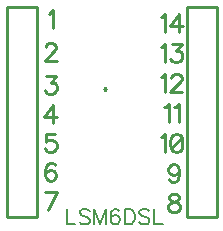
<source format=gto>
G04 DipTrace 3.2.0.1*
G04 I2C_Breakout.gto*
%MOIN*%
G04 #@! TF.FileFunction,Legend,Top*
G04 #@! TF.Part,Single*
%ADD10C,0.009843*%
%ADD27C,0.00772*%
%ADD28C,0.009264*%
%FSLAX26Y26*%
G04*
G70*
G90*
G75*
G01*
G04 TopSilk*
%LPD*%
X443701Y443701D2*
D10*
X543701D1*
X443701Y1143701D2*
Y443701D1*
Y1143701D2*
X543701D1*
Y443701D1*
X1143701Y1143701D2*
X1043701D1*
X1143701Y443701D2*
Y1143701D1*
Y443701D2*
X1043701D1*
Y1143701D1*
X583027Y1120893D2*
D28*
X588797Y1123811D1*
X597419Y1132367D1*
Y1072145D1*
X573045Y1008823D2*
Y1011675D1*
X575897Y1017445D1*
X578749Y1020297D1*
X584519Y1023149D1*
X595993D1*
X601696Y1020297D1*
X604548Y1017445D1*
X607467Y1011675D1*
Y1005971D1*
X604548Y1000201D1*
X598845Y991645D1*
X570127Y962927D1*
X610319D1*
X575897Y913931D2*
X607400D1*
X590223Y890983D1*
X598845D1*
X604548Y888131D1*
X607400Y885279D1*
X610319Y876657D1*
Y870953D1*
X607400Y862331D1*
X601696Y856561D1*
X593074Y853709D1*
X584452D1*
X575897Y856561D1*
X573045Y859479D1*
X570127Y865183D1*
X597419Y756990D2*
Y817212D1*
X568701Y777086D1*
X611745D1*
X604548Y720494D2*
X575897D1*
X573045Y694694D1*
X575897Y697546D1*
X584519Y700464D1*
X593074D1*
X601696Y697546D1*
X607467Y691842D1*
X610319Y683220D1*
Y677516D1*
X607467Y668894D1*
X601696Y663124D1*
X593074Y660272D1*
X584519D1*
X575897Y663124D1*
X573045Y666042D1*
X570127Y671746D1*
X606008Y615220D2*
X603156Y620924D1*
X594534Y623776D1*
X588830D1*
X580208Y620924D1*
X574438Y612302D1*
X571586Y597976D1*
Y583650D1*
X574438Y572177D1*
X580208Y566406D1*
X588830Y563554D1*
X591682D1*
X600238Y566406D1*
X606008Y572177D1*
X608860Y580799D1*
Y583650D1*
X606008Y592273D1*
X600238Y597976D1*
X591682Y600828D1*
X588830D1*
X580208Y597976D1*
X574438Y592273D1*
X571586Y583650D1*
X581600Y466837D2*
X610319Y527058D1*
X570127D1*
X995527Y519712D2*
X986971Y516860D1*
X984053Y511156D1*
Y505386D1*
X986971Y499682D1*
X992675Y496764D1*
X1004149Y493912D1*
X1012771Y491060D1*
X1018475Y485290D1*
X1021327Y479586D1*
Y470964D1*
X1018475Y465260D1*
X1015623Y462342D1*
X1007001Y459490D1*
X995527D1*
X986971Y462342D1*
X984053Y465260D1*
X981201Y470964D1*
Y479586D1*
X984053Y485290D1*
X989823Y491060D1*
X998379Y493912D1*
X1009853Y496764D1*
X1015623Y499682D1*
X1018475Y505386D1*
Y511156D1*
X1015623Y516860D1*
X1007001Y519712D1*
X995527D1*
X1018541Y599682D2*
X1015623Y591060D1*
X1009919Y585290D1*
X1001297Y582438D1*
X998445D1*
X989823Y585290D1*
X984120Y591060D1*
X981201Y599682D1*
Y602534D1*
X984120Y611156D1*
X989823Y616860D1*
X998445Y619712D1*
X1001297D1*
X1009919Y616860D1*
X1015623Y611156D1*
X1018541Y599682D1*
Y585290D1*
X1015623Y570964D1*
X1009919Y562342D1*
X1001297Y559490D1*
X995594D1*
X986971Y562342D1*
X984120Y568112D1*
X956201Y708238D2*
X961971Y711156D1*
X970594Y719712D1*
Y659490D1*
X1006365Y719712D2*
X997743Y716860D1*
X991973Y708238D1*
X989121Y693912D1*
Y685290D1*
X991973Y670964D1*
X997743Y662342D1*
X1006365Y659490D1*
X1012069D1*
X1020691Y662342D1*
X1026394Y670964D1*
X1029313Y685290D1*
Y693912D1*
X1026394Y708238D1*
X1020691Y716860D1*
X1012069Y719712D1*
X1006365D1*
X1026394Y708238D2*
X991973Y670964D1*
X968701Y808238D2*
X974471Y811156D1*
X983094Y819712D1*
Y759490D1*
X1001621Y808238D2*
X1007391Y811156D1*
X1016013Y819712D1*
Y759490D1*
X956201Y908238D2*
X961971Y911156D1*
X970594Y919712D1*
Y859490D1*
X992039Y905386D2*
Y908238D1*
X994891Y914008D1*
X997743Y916860D1*
X1003513Y919712D1*
X1014987D1*
X1020691Y916860D1*
X1023542Y914008D1*
X1026461Y908238D1*
Y902534D1*
X1023542Y896764D1*
X1017839Y888208D1*
X989121Y859490D1*
X1029313D1*
X956201Y1008238D2*
X961971Y1011156D1*
X970594Y1019712D1*
Y959490D1*
X994891Y1019712D2*
X1026394D1*
X1009217Y996764D1*
X1017839D1*
X1023542Y993912D1*
X1026394Y991060D1*
X1029313Y982438D1*
Y976734D1*
X1026394Y968112D1*
X1020691Y962342D1*
X1012069Y959490D1*
X1003446D1*
X994891Y962342D1*
X992039Y965260D1*
X989121Y970964D1*
X956201Y1108238D2*
X961971Y1111156D1*
X970594Y1119712D1*
Y1059490D1*
X1017839D2*
Y1119712D1*
X989121Y1079586D1*
X1032165D1*
X771553Y873464D2*
X768701Y870545D1*
X771553Y867694D1*
X774471Y870545D1*
X771553Y873464D1*
X642929Y468874D2*
D27*
Y418634D1*
X671614D1*
X720546Y461689D2*
X715793Y466497D1*
X708608Y468874D1*
X699046D1*
X691861Y466497D1*
X687053Y461689D1*
Y456936D1*
X689485Y452127D1*
X691861Y449751D1*
X696615Y447374D1*
X710985Y442566D1*
X715793Y440189D1*
X718170Y437757D1*
X720546Y433004D1*
Y425819D1*
X715793Y421066D1*
X708608Y418634D1*
X699046D1*
X691861Y421066D1*
X687053Y425819D1*
X774232Y418634D2*
Y468874D1*
X755109Y418634D1*
X735986Y468874D1*
Y418634D1*
X818356Y461689D2*
X815980Y466442D1*
X808795Y468819D1*
X804041D1*
X796856Y466442D1*
X792048Y459257D1*
X789671Y447319D1*
Y435381D1*
X792048Y425819D1*
X796856Y421010D1*
X804041Y418634D1*
X806418D1*
X813548Y421010D1*
X818356Y425819D1*
X820733Y433004D1*
Y435381D1*
X818356Y442566D1*
X813548Y447319D1*
X806418Y449695D1*
X804041D1*
X796856Y447319D1*
X792048Y442566D1*
X789671Y435381D1*
X836172Y468874D2*
Y418634D1*
X852919D1*
X860104Y421066D1*
X864912Y425819D1*
X867289Y430627D1*
X869665Y437757D1*
Y449751D1*
X867289Y456936D1*
X864912Y461689D1*
X860104Y466497D1*
X852919Y468874D1*
X836172D1*
X918598Y461689D2*
X913845Y466497D1*
X906660Y468874D1*
X897098D1*
X889913Y466497D1*
X885105Y461689D1*
Y456936D1*
X887536Y452127D1*
X889913Y449751D1*
X894666Y447374D1*
X909036Y442566D1*
X913845Y440189D1*
X916221Y437757D1*
X918598Y433004D1*
Y425819D1*
X913845Y421066D1*
X906660Y418634D1*
X897098D1*
X889913Y421066D1*
X885105Y425819D1*
X934037Y468874D2*
Y418634D1*
X962722D1*
M02*

</source>
